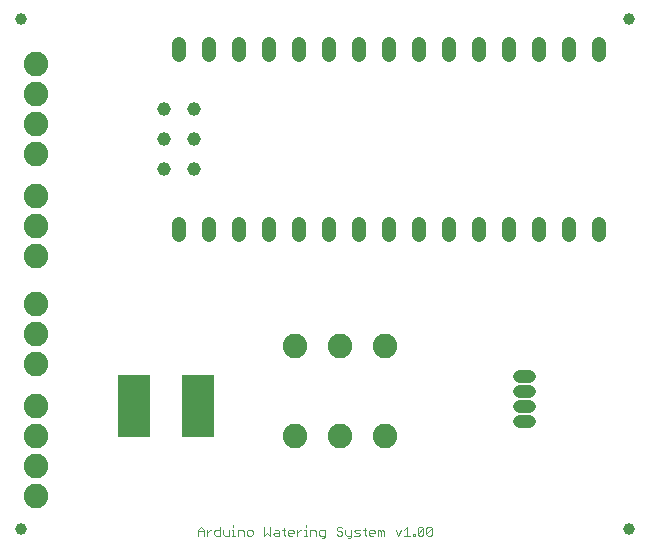
<source format=gbr>
G04 EAGLE Gerber X2 export*
%TF.Part,Single*%
%TF.FileFunction,Soldermask,Top,1*%
%TF.FilePolarity,Negative*%
%TF.GenerationSoftware,Autodesk,EAGLE,8.7.0*%
%TF.CreationDate,2018-03-25T19:34:28Z*%
G75*
%MOMM*%
%FSLAX34Y34*%
%LPD*%
%AMOC8*
5,1,8,0,0,1.08239X$1,22.5*%
G01*
%ADD10C,1.003200*%
%ADD11C,0.076200*%
%ADD12C,1.117600*%
%ADD13C,2.082800*%
%ADD14C,1.163200*%
%ADD15C,1.163200*%
%ADD16R,2.743200X5.283200*%


D10*
X38100Y469900D03*
X552450Y469900D03*
X552450Y38100D03*
X38100Y38100D03*
D11*
X187706Y37808D02*
X187706Y32893D01*
X187706Y37808D02*
X190163Y40265D01*
X192621Y37808D01*
X192621Y32893D01*
X192621Y36579D02*
X187706Y36579D01*
X195190Y37808D02*
X195190Y32893D01*
X195190Y35350D02*
X197648Y37808D01*
X198876Y37808D01*
X206342Y40265D02*
X206342Y32893D01*
X202656Y32893D01*
X201427Y34122D01*
X201427Y36579D01*
X202656Y37808D01*
X206342Y37808D01*
X208911Y37808D02*
X208911Y34122D01*
X210140Y32893D01*
X213826Y32893D01*
X213826Y37808D01*
X216395Y37808D02*
X217624Y37808D01*
X217624Y32893D01*
X216395Y32893D02*
X218853Y32893D01*
X217624Y40265D02*
X217624Y41494D01*
X221385Y37808D02*
X221385Y32893D01*
X221385Y37808D02*
X225071Y37808D01*
X226300Y36579D01*
X226300Y32893D01*
X230098Y32893D02*
X232555Y32893D01*
X233784Y34122D01*
X233784Y36579D01*
X232555Y37808D01*
X230098Y37808D01*
X228869Y36579D01*
X228869Y34122D01*
X230098Y32893D01*
X243837Y32893D02*
X243837Y40265D01*
X246295Y35350D02*
X243837Y32893D01*
X246295Y35350D02*
X248752Y32893D01*
X248752Y40265D01*
X252550Y37808D02*
X255007Y37808D01*
X256236Y36579D01*
X256236Y32893D01*
X252550Y32893D01*
X251321Y34122D01*
X252550Y35350D01*
X256236Y35350D01*
X260034Y34122D02*
X260034Y39037D01*
X260034Y34122D02*
X261263Y32893D01*
X261263Y37808D02*
X258805Y37808D01*
X265024Y32893D02*
X267481Y32893D01*
X265024Y32893D02*
X263795Y34122D01*
X263795Y36579D01*
X265024Y37808D01*
X267481Y37808D01*
X268710Y36579D01*
X268710Y35350D01*
X263795Y35350D01*
X271279Y32893D02*
X271279Y37808D01*
X273736Y37808D02*
X271279Y35350D01*
X273736Y37808D02*
X274965Y37808D01*
X277516Y37808D02*
X278745Y37808D01*
X278745Y32893D01*
X279973Y32893D02*
X277516Y32893D01*
X278745Y40265D02*
X278745Y41494D01*
X282505Y37808D02*
X282505Y32893D01*
X282505Y37808D02*
X286191Y37808D01*
X287420Y36579D01*
X287420Y32893D01*
X292447Y30436D02*
X293676Y30436D01*
X294904Y31664D01*
X294904Y37808D01*
X291218Y37808D01*
X289989Y36579D01*
X289989Y34122D01*
X291218Y32893D01*
X294904Y32893D01*
X308644Y40265D02*
X309873Y39037D01*
X308644Y40265D02*
X306186Y40265D01*
X304958Y39037D01*
X304958Y37808D01*
X306186Y36579D01*
X308644Y36579D01*
X309873Y35350D01*
X309873Y34122D01*
X308644Y32893D01*
X306186Y32893D01*
X304958Y34122D01*
X312442Y34122D02*
X312442Y37808D01*
X312442Y34122D02*
X313671Y32893D01*
X317357Y32893D01*
X317357Y31664D02*
X317357Y37808D01*
X317357Y31664D02*
X316128Y30436D01*
X314899Y30436D01*
X319926Y32893D02*
X323612Y32893D01*
X324841Y34122D01*
X323612Y35350D01*
X321155Y35350D01*
X319926Y36579D01*
X321155Y37808D01*
X324841Y37808D01*
X328639Y39037D02*
X328639Y34122D01*
X329868Y32893D01*
X329868Y37808D02*
X327410Y37808D01*
X333628Y32893D02*
X336086Y32893D01*
X333628Y32893D02*
X332400Y34122D01*
X332400Y36579D01*
X333628Y37808D01*
X336086Y37808D01*
X337315Y36579D01*
X337315Y35350D01*
X332400Y35350D01*
X339884Y32893D02*
X339884Y37808D01*
X341113Y37808D01*
X342341Y36579D01*
X342341Y32893D01*
X342341Y36579D02*
X343570Y37808D01*
X344799Y36579D01*
X344799Y32893D01*
X354852Y37808D02*
X357310Y32893D01*
X359767Y37808D01*
X362336Y37808D02*
X364794Y40265D01*
X364794Y32893D01*
X367251Y32893D02*
X362336Y32893D01*
X369820Y32893D02*
X369820Y34122D01*
X371049Y34122D01*
X371049Y32893D01*
X369820Y32893D01*
X373563Y34122D02*
X373563Y39037D01*
X374791Y40265D01*
X377249Y40265D01*
X378477Y39037D01*
X378477Y34122D01*
X377249Y32893D01*
X374791Y32893D01*
X373563Y34122D01*
X378477Y39037D01*
X381047Y39037D02*
X381047Y34122D01*
X381047Y39037D02*
X382275Y40265D01*
X384733Y40265D01*
X385962Y39037D01*
X385962Y34122D01*
X384733Y32893D01*
X382275Y32893D01*
X381047Y34122D01*
X385962Y39037D01*
D12*
X458978Y142875D02*
X468122Y142875D01*
X468122Y130175D02*
X458978Y130175D01*
X458978Y155575D02*
X468122Y155575D01*
X468122Y168275D02*
X458978Y168275D01*
D13*
X50800Y355600D03*
X50800Y381000D03*
X50800Y406400D03*
X50800Y431800D03*
X50800Y66675D03*
X50800Y92075D03*
X50800Y117475D03*
X50800Y142875D03*
X307975Y193675D03*
X307975Y117475D03*
X269875Y193675D03*
X269875Y117475D03*
X346075Y193675D03*
X346075Y117475D03*
X50800Y269875D03*
X50800Y295275D03*
X50800Y320675D03*
D14*
X171450Y296900D02*
X171450Y287300D01*
X196850Y287300D02*
X196850Y296900D01*
X222250Y296900D02*
X222250Y287300D01*
X247650Y287300D02*
X247650Y296900D01*
X273050Y296900D02*
X273050Y287300D01*
X298450Y287300D02*
X298450Y296900D01*
X323850Y296900D02*
X323850Y287300D01*
X349250Y287300D02*
X349250Y296900D01*
X374650Y296900D02*
X374650Y287300D01*
X400050Y287300D02*
X400050Y296900D01*
X425450Y296900D02*
X425450Y287300D01*
X450850Y287300D02*
X450850Y296900D01*
X171450Y439700D02*
X171450Y449300D01*
X196850Y449300D02*
X196850Y439700D01*
X222250Y439700D02*
X222250Y449300D01*
X374650Y449300D02*
X374650Y439700D01*
X400050Y439700D02*
X400050Y449300D01*
X425450Y449300D02*
X425450Y439700D01*
X450850Y439700D02*
X450850Y449300D01*
X527050Y449300D02*
X527050Y439700D01*
X527050Y296900D02*
X527050Y287300D01*
X501650Y287300D02*
X501650Y296900D01*
X476250Y296900D02*
X476250Y287300D01*
X501650Y439700D02*
X501650Y449300D01*
X476250Y449300D02*
X476250Y439700D01*
X247650Y439700D02*
X247650Y449300D01*
D15*
X184150Y393700D03*
X184150Y368300D03*
X184150Y342900D03*
D14*
X349250Y439700D02*
X349250Y449300D01*
X323850Y449300D02*
X323850Y439700D01*
X298450Y439700D02*
X298450Y449300D01*
X273050Y449300D02*
X273050Y439700D01*
D15*
X158750Y393700D03*
X158750Y368300D03*
X158750Y342900D03*
D16*
X133350Y142875D03*
X187325Y142875D03*
D13*
X50800Y177800D03*
X50800Y203200D03*
X50800Y228600D03*
M02*

</source>
